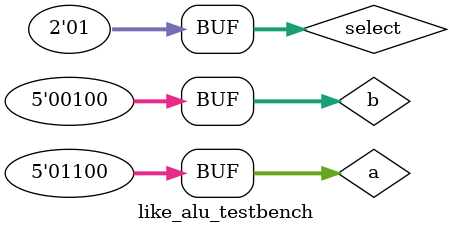
<source format=v>
`define DELAY 20
module like_alu_testbench(); 
reg[4:0] a;
reg[4:0] b;
reg[1:0] select;
wire[4:0] result;

likeALU ALU(result,a,b,select);

initial begin
a = 5'b00000; b = 5'b00001; select = 2'b00;
#`DELAY;
a = 5'b00000; b = 5'b10001; select = 2'b01;
#`DELAY;
a = 5'b00001; b = 5'b00001; select = 2'b00;
#`DELAY;
a = 5'b00000; b = 5'b00001; select = 2'b01;
#`DELAY;
a = 5'b00010; b = 5'b00001; select = 2'b11;
#`DELAY;
a = 5'b00100; b = 5'b11011; select = 2'b10;
#`DELAY;
a = 5'b00111; b = 5'b01011; select = 2'b10;
#`DELAY;
a = 5'b01100; b = 5'b00100; select = 2'b01;
end
 
 
initial
begin
$monitor("time = %2d, a =%5.1b, b=%5.1b, select=%2.1b, result=%5.1b", $time, a, b, select, result);
end
 
endmodule
</source>
